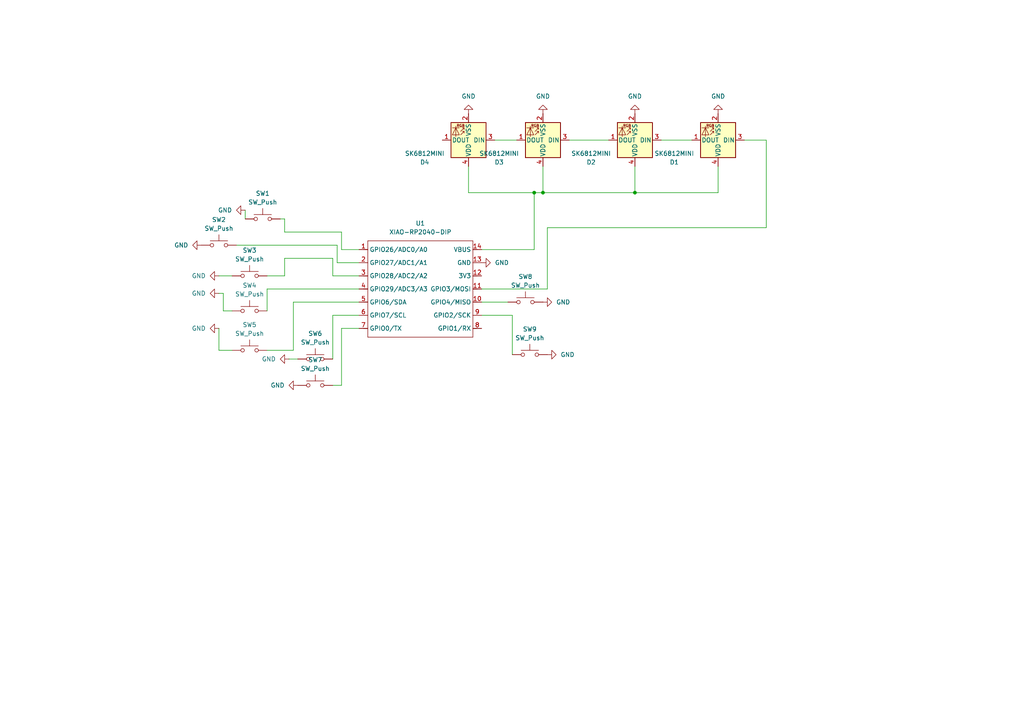
<source format=kicad_sch>
(kicad_sch (version 20250114) (generator "eeschema") (generator_version "9.0")
  (paper "A4")
  (lib_symbols
    (symbol "LED:SK6812MINI" (pin_names (offset 0.254))
      (property "Reference" "D" (at 5.08 5.715 0))
      (property "Value" "SK6812MINI" (at 1.27 -5.715 0))
      (symbol "SK6812MINI_0_0"
        (text "RGB" (at 2.286 -4.191 0) (effects (font (size 0.762 0.762))))
      )
      (symbol "SK6812MINI_0_1"
        (polyline (pts (xy 1.27 -2.54) (xy 1.778 -2.54)))
        (polyline (pts (xy 1.27 -3.556) (xy 1.778 -3.556)))
        (polyline (pts (xy 2.286 -1.524) (xy 1.27 -2.54) (xy 1.27 -2.032)))
        (polyline (pts (xy 2.286 -2.54) (xy 1.27 -3.556) (xy 1.27 -3.048)))
        (polyline (pts (xy 3.683 -1.016) (xy 3.683 -3.556) (xy 3.683 -4.064)))
        (polyline (pts (xy 4.699 -1.524) (xy 2.667 -1.524) (xy 3.683 -3.556) (xy 4.699 -1.524)))
        (polyline (pts (xy 4.699 -3.556) (xy 2.667 -3.556)))
        (rectangle (start 5.08 5.08) (end -5.08 -5.08) (stroke (width 0.254)) (fill (type background)))
      )
      (symbol "SK6812MINI_1_1"
        (pin input line (at -7.62 0 0) (length 2.54) (name "DIN") (number "3"))
        (pin power_in line (at 0 7.62 270) (length 2.54) (name "VDD") (number "4"))
        (pin power_in line (at 0 -7.62 90) (length 2.54) (name "VSS") (number "2"))
        (pin output line (at 7.62 0 180) (length 2.54) (name "DOUT") (number "1"))
      )
    )
    (symbol "Seeed_Studio_XIAO_Series:XIAO-RP2040-DIP"
      (property "Reference" "U" (at 0 0 0))
      (property "Value" "XIAO-RP2040-DIP" (at 5.334 -1.778 0))
      (symbol "XIAO-RP2040-DIP_1_0"
        (polyline (pts (xy -1.27 -2.54) (xy 29.21 -2.54)) (stroke (width 0.1524)))
        (polyline (pts (xy -1.27 -5.08) (xy -2.54 -5.08)) (stroke (width 0.1524)))
        (polyline (pts (xy -1.27 -5.08) (xy -1.27 -2.54)) (stroke (width 0.1524)))
        (polyline (pts (xy -1.27 -8.89) (xy -2.54 -8.89)) (stroke (width 0.1524)))
        (polyline (pts (xy -1.27 -8.89) (xy -1.27 -5.08)) (stroke (width 0.1524)))
        (polyline (pts (xy -1.27 -12.7) (xy -2.54 -12.7)) (stroke (width 0.1524)))
        (polyline (pts (xy -1.27 -12.7) (xy -1.27 -8.89)) (stroke (width 0.1524)))
        (polyline (pts (xy -1.27 -16.51) (xy -2.54 -16.51)) (stroke (width 0.1524)))
        (polyline (pts (xy -1.27 -16.51) (xy -1.27 -12.7)) (stroke (width 0.1524)))
        (polyline (pts (xy -1.27 -20.32) (xy -2.54 -20.32)) (stroke (width 0.1524)))
        (polyline (pts (xy -1.27 -24.13) (xy -2.54 -24.13)) (stroke (width 0.1524)))
        (polyline (pts (xy -1.27 -27.94) (xy -2.54 -27.94)) (stroke (width 0.1524)))
        (polyline (pts (xy -1.27 -30.48) (xy -1.27 -16.51)) (stroke (width 0.1524)))
        (polyline (pts (xy 29.21 -2.54) (xy 29.21 -5.08)) (stroke (width 0.1524)))
        (polyline (pts (xy 29.21 -5.08) (xy 29.21 -8.89)) (stroke (width 0.1524)))
        (polyline (pts (xy 29.21 -8.89) (xy 29.21 -12.7)) (stroke (width 0.1524)))
        (polyline (pts (xy 29.21 -12.7) (xy 29.21 -30.48)) (stroke (width 0.1524)))
        (polyline (pts (xy 29.21 -30.48) (xy -1.27 -30.48)) (stroke (width 0.1524)))
        (polyline (pts (xy 30.48 -5.08) (xy 29.21 -5.08)) (stroke (width 0.1524)))
        (polyline (pts (xy 30.48 -8.89) (xy 29.21 -8.89)) (stroke (width 0.1524)))
        (polyline (pts (xy 30.48 -12.7) (xy 29.21 -12.7)) (stroke (width 0.1524)))
        (polyline (pts (xy 30.48 -16.51) (xy 29.21 -16.51)) (stroke (width 0.1524)))
        (polyline (pts (xy 30.48 -20.32) (xy 29.21 -20.32)) (stroke (width 0.1524)))
        (polyline (pts (xy 30.48 -24.13) (xy 29.21 -24.13)) (stroke (width 0.1524)))
        (polyline (pts (xy 30.48 -27.94) (xy 29.21 -27.94)) (stroke (width 0.1524)))
        (pin passive line (at -3.81 -5.08 0) (length 2.54) (name "GPIO26/ADC0/A0") (number "1"))
        (pin passive line (at -3.81 -8.89 0) (length 2.54) (name "GPIO27/ADC1/A1") (number "2"))
        (pin passive line (at -3.81 -12.7 0) (length 2.54) (name "GPIO28/ADC2/A2") (number "3"))
        (pin passive line (at -3.81 -16.51 0) (length 2.54) (name "GPIO29/ADC3/A3") (number "4"))
        (pin passive line (at -3.81 -20.32 0) (length 2.54) (name "GPIO6/SDA") (number "5"))
        (pin passive line (at -3.81 -24.13 0) (length 2.54) (name "GPIO7/SCL") (number "6"))
        (pin passive line (at -3.81 -27.94 0) (length 2.54) (name "GPIO0/TX") (number "7"))
        (pin passive line (at 31.75 -5.08 180) (length 2.54) (name "VBUS") (number "14"))
        (pin passive line (at 31.75 -8.89 180) (length 2.54) (name "GND") (number "13"))
        (pin passive line (at 31.75 -12.7 180) (length 2.54) (name "3V3") (number "12"))
        (pin passive line (at 31.75 -16.51 180) (length 2.54) (name "GPIO3/MOSI") (number "11"))
        (pin passive line (at 31.75 -20.32 180) (length 2.54) (name "GPIO4/MISO") (number "10"))
        (pin passive line (at 31.75 -24.13 180) (length 2.54) (name "GPIO2/SCK") (number "9"))
        (pin passive line (at 31.75 -27.94 180) (length 2.54) (name "GPIO1/RX") (number "8"))
      )
    )
    (symbol "Switch:SW_Push" (pin_numbers (hide yes)) (pin_names (offset 1.016) (hide yes))
      (property "Reference" "SW" (at 1.27 2.54 0))
      (property "Value" "SW_Push" (at 0 -1.524 0))
      (symbol "SW_Push_0_1"
        (circle (center -2.032 0) (radius 0.508))
        (polyline (pts (xy 0 1.27) (xy 0 3.048)))
        (circle (center 2.032 0) (radius 0.508))
        (polyline (pts (xy 2.54 1.27) (xy -2.54 1.27)))
        (pin passive line (at -5.08 0 0) (length 2.54) (name "1") (number "1"))
        (pin passive line (at 5.08 0 180) (length 2.54) (name "2") (number "2"))
      )
    )
    (symbol "power:GND" (power) (pin_numbers (hide yes)) (pin_names (offset 0) (hide yes))
      (property "Value" "GND" (at 0 -3.81 0))
      (symbol "GND_0_1"
        (polyline (pts (xy 0 0) (xy 0 -1.27) (xy 1.27 -1.27) (xy 0 -2.54) (xy -1.27 -1.27) (xy 0 -1.27)))
      )
      (symbol "GND_1_1"
        (pin power_in line (at 0 0 270) (length 0) (name "~") (number "1"))
      )
    )
  )
  (junction (at 184.15 55.88))
  (junction (at 157.48 55.88))
  (junction (at 154.94 55.88))
  (wire (pts (xy 154.94 55.88) (xy 135.89 55.88)))
  (wire (pts (xy 99.06 67.31) (xy 99.06 72.39)))
  (wire (pts (xy 83.82 104.14) (xy 86.36 104.14)))
  (wire (pts (xy 67.31 101.6) (xy 63.5 101.6)))
  (wire (pts (xy 77.47 83.82) (xy 77.47 90.17)))
  (wire (pts (xy 67.31 80.01) (xy 63.5 80.01)))
  (wire (pts (xy 77.47 83.82) (xy 104.14 83.82)))
  (wire (pts (xy 154.94 72.39) (xy 154.94 55.88)))
  (wire (pts (xy 157.48 55.88) (xy 157.48 48.26)))
  (wire (pts (xy 99.06 111.76) (xy 99.06 95.25)))
  (wire (pts (xy 82.55 63.5) (xy 82.55 67.31)))
  (wire (pts (xy 148.59 91.44) (xy 139.7 91.44)))
  (wire (pts (xy 158.75 83.82) (xy 158.75 66.04)))
  (wire (pts (xy 96.52 74.93) (xy 96.52 80.01)))
  (wire (pts (xy 68.58 71.12) (xy 97.79 71.12)))
  (wire (pts (xy 184.15 55.88) (xy 157.48 55.88)))
  (wire (pts (xy 222.25 66.04) (xy 222.25 40.64)))
  (wire (pts (xy 191.77 40.64) (xy 200.66 40.64)))
  (wire (pts (xy 97.79 76.2) (xy 104.14 76.2)))
  (wire (pts (xy 99.06 72.39) (xy 104.14 72.39)))
  (wire (pts (xy 148.59 102.87) (xy 148.59 91.44)))
  (wire (pts (xy 99.06 95.25) (xy 104.14 95.25)))
  (wire (pts (xy 184.15 48.26) (xy 184.15 55.88)))
  (wire (pts (xy 104.14 91.44) (xy 96.52 91.44)))
  (wire (pts (xy 97.79 71.12) (xy 97.79 76.2)))
  (wire (pts (xy 67.31 90.17) (xy 64.77 90.17)))
  (wire (pts (xy 82.55 74.93) (xy 96.52 74.93)))
  (wire (pts (xy 135.89 55.88) (xy 135.89 48.26)))
  (wire (pts (xy 64.77 85.09) (xy 63.5 85.09)))
  (wire (pts (xy 96.52 80.01) (xy 104.14 80.01)))
  (wire (pts (xy 147.32 87.63) (xy 139.7 87.63)))
  (wire (pts (xy 71.12 60.96) (xy 71.12 63.5)))
  (wire (pts (xy 165.1 40.64) (xy 176.53 40.64)))
  (wire (pts (xy 82.55 67.31) (xy 99.06 67.31)))
  (wire (pts (xy 143.51 40.64) (xy 149.86 40.64)))
  (wire (pts (xy 85.09 87.63) (xy 104.14 87.63)))
  (wire (pts (xy 139.7 83.82) (xy 158.75 83.82)))
  (wire (pts (xy 208.28 55.88) (xy 184.15 55.88)))
  (wire (pts (xy 208.28 48.26) (xy 208.28 55.88)))
  (wire (pts (xy 139.7 72.39) (xy 154.94 72.39)))
  (wire (pts (xy 158.75 66.04) (xy 222.25 66.04)))
  (wire (pts (xy 85.09 87.63) (xy 85.09 101.6)))
  (wire (pts (xy 64.77 85.09) (xy 64.77 90.17)))
  (wire (pts (xy 82.55 80.01) (xy 82.55 74.93)))
  (wire (pts (xy 85.09 101.6) (xy 77.47 101.6)))
  (wire (pts (xy 81.28 63.5) (xy 82.55 63.5)))
  (wire (pts (xy 222.25 40.64) (xy 215.9 40.64)))
  (wire (pts (xy 154.94 55.88) (xy 157.48 55.88)))
  (wire (pts (xy 96.52 111.76) (xy 99.06 111.76)))
  (wire (pts (xy 77.47 80.01) (xy 82.55 80.01)))
  (wire (pts (xy 96.52 91.44) (xy 96.52 104.14)))
  (wire (pts (xy 63.5 101.6) (xy 63.5 95.25)))
  (symbol (lib_id "LED:SK6812MINI") (at 208.28 40.64 180) (unit 1)
    (property "Reference" "D1" (at 195.58 47.0602 0))
    (property "Value" "SK6812MINI" (at 195.58 44.5202 0))
    (property "Footprint" "footprints:SK6812MINI-E_fixed" (effects (hide yes)))
    (property "Datasheet" "https://cdn-shop.adafruit.com/product-files/2686/SK6812MINI_REV.01-1-2.pdf" (effects (hide yes)))
    (property "Description" "RGB LED with integrated controller" (effects (hide yes)))
  )
  (symbol (lib_id "power:GND") (at 135.89 33.02 180) (unit 1)
    (property "Reference" "#PWR07" (effects (hide yes)))
    (property "Value" "GND" (at 135.89 27.94 0))
    (property "Description" "Power symbol creates a global label with name \"GND\" , ground" (effects (hide yes)))
  )
  (symbol (lib_id "power:GND") (at 158.75 102.87 90) (unit 1)
    (property "Reference" "#PWR014" (effects (hide yes)))
    (property "Value" "GND" (at 162.56 102.8699 90) (effects (justify right)))
    (property "Description" "Power symbol creates a global label with name \"GND\" , ground" (effects (hide yes)))
  )
  (symbol (lib_id "power:GND") (at 184.15 33.02 180) (unit 1)
    (property "Reference" "#PWR09" (effects (hide yes)))
    (property "Value" "GND" (at 184.15 27.94 0))
    (property "Description" "Power symbol creates a global label with name \"GND\" , ground" (effects (hide yes)))
  )
  (symbol (lib_id "LED:SK6812MINI") (at 157.48 40.64 180) (unit 1)
    (property "Reference" "D3" (at 144.78 47.0602 0))
    (property "Value" "SK6812MINI" (at 144.78 44.5202 0))
    (property "Footprint" "footprints:SK6812MINI-E_fixed" (effects (hide yes)))
    (property "Datasheet" "https://cdn-shop.adafruit.com/product-files/2686/SK6812MINI_REV.01-1-2.pdf" (effects (hide yes)))
    (property "Description" "RGB LED with integrated controller" (effects (hide yes)))
  )
  (symbol (lib_id "power:GND") (at 71.12 60.96 270) (unit 1)
    (property "Reference" "#PWR01" (effects (hide yes)))
    (property "Value" "GND" (at 67.31 60.9599 90) (effects (justify right)))
    (property "Description" "Power symbol creates a global label with name \"GND\" , ground" (effects (hide yes)))
  )
  (symbol (lib_id "Switch:SW_Push") (at 152.4 87.63 0) (unit 1)
    (property "Reference" "SW8" (at 152.4 80.2347 0))
    (property "Value" "SW_Push" (at 152.4 82.7747 0))
    (property "Footprint" "Button_Switch_Keyboard:SW_Cherry_MX_1.00u_PCB" (effects (hide yes)))
    (property "Description" "Push button switch, generic, two pins" (effects (hide yes)))
  )
  (symbol (lib_id "power:GND") (at 208.28 33.02 180) (unit 1)
    (property "Reference" "#PWR010" (effects (hide yes)))
    (property "Value" "GND" (at 208.28 27.94 0))
    (property "Description" "Power symbol creates a global label with name \"GND\" , ground" (effects (hide yes)))
  )
  (symbol (lib_id "Switch:SW_Push") (at 91.44 111.76 0) (unit 1)
    (property "Reference" "SW7" (at 91.44 104.3647 0))
    (property "Value" "SW_Push" (at 91.44 106.9047 0))
    (property "Footprint" "Button_Switch_Keyboard:SW_Cherry_MX_1.00u_PCB" (effects (hide yes)))
    (property "Description" "Push button switch, generic, two pins" (effects (hide yes)))
  )
  (symbol (lib_id "power:GND") (at 63.5 80.01 270) (unit 1)
    (property "Reference" "#PWR03" (effects (hide yes)))
    (property "Value" "GND" (at 59.69 80.0099 90) (effects (justify right)))
    (property "Description" "Power symbol creates a global label with name \"GND\" , ground" (effects (hide yes)))
  )
  (symbol (lib_id "power:GND") (at 86.36 111.76 270) (unit 1)
    (property "Reference" "#PWR012" (effects (hide yes)))
    (property "Value" "GND" (at 82.55 111.7599 90) (effects (justify right)))
    (property "Description" "Power symbol creates a global label with name \"GND\" , ground" (effects (hide yes)))
  )
  (symbol (lib_id "Seeed_Studio_XIAO_Series:XIAO-RP2040-DIP") (at 107.95 67.31 0) (unit 1)
    (property "Reference" "U1" (at 121.92 64.77 0))
    (property "Value" "XIAO-RP2040-DIP" (at 121.92 67.31 0))
    (property "Footprint" "Seeed Studio XIAO Series Library:XIAO-RP2040-DIP" (effects (hide yes)))
  )
  (symbol (lib_id "Switch:SW_Push") (at 153.67 102.87 0) (unit 1)
    (property "Reference" "SW9" (at 153.67 95.4747 0))
    (property "Value" "SW_Push" (at 153.67 98.0147 0))
    (property "Footprint" "Button_Switch_Keyboard:SW_Cherry_MX_1.00u_PCB" (effects (hide yes)))
    (property "Description" "Push button switch, generic, two pins" (effects (hide yes)))
  )
  (symbol (lib_id "Switch:SW_Push") (at 72.39 90.17 0) (unit 1)
    (property "Reference" "SW4" (at 72.39 82.7747 0))
    (property "Value" "SW_Push" (at 72.39 85.3147 0))
    (property "Footprint" "Button_Switch_Keyboard:SW_Cherry_MX_1.00u_PCB" (effects (hide yes)))
    (property "Description" "Push button switch, generic, two pins" (effects (hide yes)))
  )
  (symbol (lib_id "power:GND") (at 58.42 71.12 270) (unit 1)
    (property "Reference" "#PWR02" (effects (hide yes)))
    (property "Value" "GND" (at 54.61 71.1199 90) (effects (justify right)))
    (property "Description" "Power symbol creates a global label with name \"GND\" , ground" (effects (hide yes)))
  )
  (symbol (lib_id "power:GND") (at 139.7 76.2 90) (unit 1)
    (property "Reference" "#PWR011" (effects (hide yes)))
    (property "Value" "GND" (at 143.51 76.1999 90) (effects (justify right)))
    (property "Description" "Power symbol creates a global label with name \"GND\" , ground" (effects (hide yes)))
  )
  (symbol (lib_id "LED:SK6812MINI") (at 135.89 40.64 180) (unit 1)
    (property "Reference" "D4" (at 123.19 47.0602 0))
    (property "Value" "SK6812MINI" (at 123.19 44.5202 0))
    (property "Footprint" "footprints:SK6812MINI-E_fixed" (effects (hide yes)))
    (property "Datasheet" "https://cdn-shop.adafruit.com/product-files/2686/SK6812MINI_REV.01-1-2.pdf" (effects (hide yes)))
    (property "Description" "RGB LED with integrated controller" (effects (hide yes)))
  )
  (symbol (lib_id "Switch:SW_Push") (at 76.2 63.5 0) (unit 1)
    (property "Reference" "SW1" (at 76.2 56.1047 0))
    (property "Value" "SW_Push" (at 76.2 58.6447 0))
    (property "Footprint" "Button_Switch_Keyboard:SW_Cherry_MX_1.00u_PCB" (effects (hide yes)))
    (property "Description" "Push button switch, generic, two pins" (effects (hide yes)))
  )
  (symbol (lib_id "LED:SK6812MINI") (at 184.15 40.64 180) (unit 1)
    (property "Reference" "D2" (at 171.45 47.0602 0))
    (property "Value" "SK6812MINI" (at 171.45 44.5202 0))
    (property "Footprint" "footprints:SK6812MINI-E_fixed" (effects (hide yes)))
    (property "Datasheet" "https://cdn-shop.adafruit.com/product-files/2686/SK6812MINI_REV.01-1-2.pdf" (effects (hide yes)))
    (property "Description" "RGB LED with integrated controller" (effects (hide yes)))
  )
  (symbol (lib_id "power:GND") (at 63.5 85.09 270) (unit 1)
    (property "Reference" "#PWR04" (effects (hide yes)))
    (property "Value" "GND" (at 59.69 85.0899 90) (effects (justify right)))
    (property "Description" "Power symbol creates a global label with name \"GND\" , ground" (effects (hide yes)))
  )
  (symbol (lib_id "Switch:SW_Push") (at 63.5 71.12 0) (unit 1)
    (property "Reference" "SW2" (at 63.5 63.7247 0))
    (property "Value" "SW_Push" (at 63.5 66.2647 0))
    (property "Footprint" "Button_Switch_Keyboard:SW_Cherry_MX_1.00u_PCB" (effects (hide yes)))
    (property "Description" "Push button switch, generic, two pins" (effects (hide yes)))
  )
  (symbol (lib_id "power:GND") (at 157.48 33.02 180) (unit 1)
    (property "Reference" "#PWR08" (effects (hide yes)))
    (property "Value" "GND" (at 157.48 27.94 0))
    (property "Description" "Power symbol creates a global label with name \"GND\" , ground" (effects (hide yes)))
  )
  (symbol (lib_id "power:GND") (at 83.82 104.14 270) (unit 1)
    (property "Reference" "#PWR06" (effects (hide yes)))
    (property "Value" "GND" (at 80.01 104.1399 90) (effects (justify right)))
    (property "Description" "Power symbol creates a global label with name \"GND\" , ground" (effects (hide yes)))
  )
  (symbol (lib_id "Switch:SW_Push") (at 72.39 80.01 0) (unit 1)
    (property "Reference" "SW3" (at 72.39 72.6147 0))
    (property "Value" "SW_Push" (at 72.39 75.1547 0))
    (property "Footprint" "Button_Switch_Keyboard:SW_Cherry_MX_1.00u_PCB" (effects (hide yes)))
    (property "Description" "Push button switch, generic, two pins" (effects (hide yes)))
  )
  (symbol (lib_id "Switch:SW_Push") (at 72.39 101.6 0) (unit 1)
    (property "Reference" "SW5" (at 72.39 94.2047 0))
    (property "Value" "SW_Push" (at 72.39 96.7447 0))
    (property "Footprint" "Button_Switch_Keyboard:SW_Cherry_MX_1.00u_PCB" (effects (hide yes)))
    (property "Description" "Push button switch, generic, two pins" (effects (hide yes)))
  )
  (symbol (lib_id "power:GND") (at 157.48 87.63 90) (unit 1)
    (property "Reference" "#PWR013" (effects (hide yes)))
    (property "Value" "GND" (at 161.29 87.6299 90) (effects (justify right)))
    (property "Description" "Power symbol creates a global label with name \"GND\" , ground" (effects (hide yes)))
  )
  (symbol (lib_id "power:GND") (at 63.5 95.25 270) (unit 1)
    (property "Reference" "#PWR05" (effects (hide yes)))
    (property "Value" "GND" (at 59.69 95.2499 90) (effects (justify right)))
    (property "Description" "Power symbol creates a global label with name \"GND\" , ground" (effects (hide yes)))
  )
  (symbol (lib_id "Switch:SW_Push") (at 91.44 104.14 0) (unit 1)
    (property "Reference" "SW6" (at 91.44 96.7447 0))
    (property "Value" "SW_Push" (at 91.44 99.2847 0))
    (property "Footprint" "Button_Switch_Keyboard:SW_Cherry_MX_1.00u_PCB" (effects (hide yes)))
    (property "Description" "Push button switch, generic, two pins" (effects (hide yes)))
  )
)
</source>
